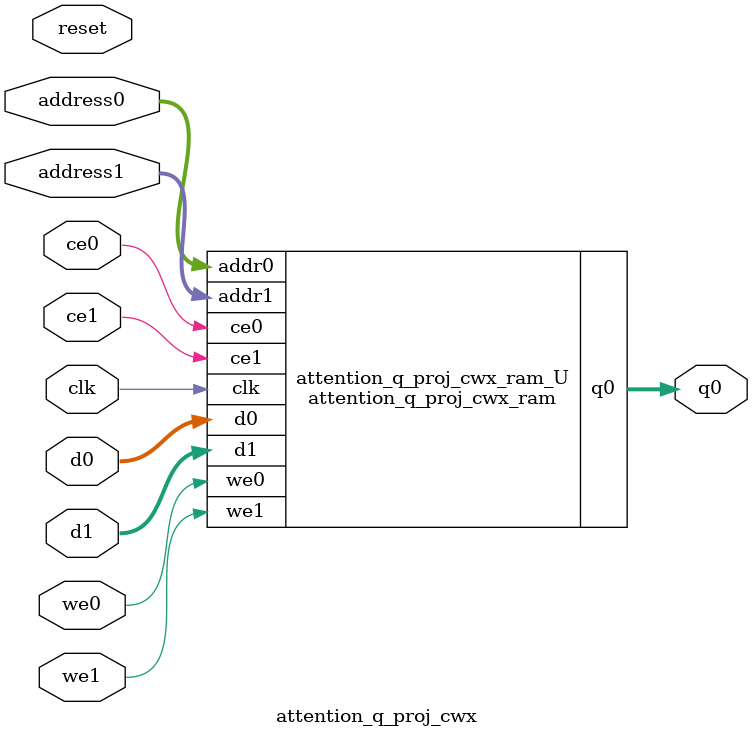
<source format=v>
`timescale 1 ns / 1 ps
module attention_q_proj_cwx_ram (addr0, ce0, d0, we0, q0, addr1, ce1, d1, we1,  clk);

parameter DWIDTH = 40;
parameter AWIDTH = 9;
parameter MEM_SIZE = 384;

input[AWIDTH-1:0] addr0;
input ce0;
input[DWIDTH-1:0] d0;
input we0;
output reg[DWIDTH-1:0] q0;
input[AWIDTH-1:0] addr1;
input ce1;
input[DWIDTH-1:0] d1;
input we1;
input clk;

(* ram_style = "block" *)reg [DWIDTH-1:0] ram[0:MEM_SIZE-1];




always @(posedge clk)  
begin 
    if (ce0) begin
        if (we0) 
            ram[addr0] <= d0; 
        q0 <= ram[addr0];
    end
end


always @(posedge clk)  
begin 
    if (ce1) begin
        if (we1) 
            ram[addr1] <= d1; 
    end
end


endmodule

`timescale 1 ns / 1 ps
module attention_q_proj_cwx(
    reset,
    clk,
    address0,
    ce0,
    we0,
    d0,
    q0,
    address1,
    ce1,
    we1,
    d1);

parameter DataWidth = 32'd40;
parameter AddressRange = 32'd384;
parameter AddressWidth = 32'd9;
input reset;
input clk;
input[AddressWidth - 1:0] address0;
input ce0;
input we0;
input[DataWidth - 1:0] d0;
output[DataWidth - 1:0] q0;
input[AddressWidth - 1:0] address1;
input ce1;
input we1;
input[DataWidth - 1:0] d1;



attention_q_proj_cwx_ram attention_q_proj_cwx_ram_U(
    .clk( clk ),
    .addr0( address0 ),
    .ce0( ce0 ),
    .we0( we0 ),
    .d0( d0 ),
    .q0( q0 ),
    .addr1( address1 ),
    .ce1( ce1 ),
    .we1( we1 ),
    .d1( d1 ));

endmodule


</source>
